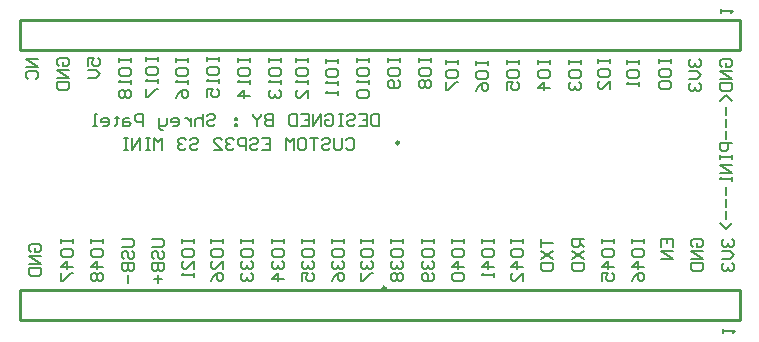
<source format=gbo>
G04*
G04 #@! TF.GenerationSoftware,Altium Limited,Altium Designer,25.8.1 (18)*
G04*
G04 Layer_Color=32896*
%FSLAX25Y25*%
%MOIN*%
G70*
G04*
G04 #@! TF.SameCoordinates,84CAB14F-A09E-4842-903A-F773CCEDBAE3*
G04*
G04*
G04 #@! TF.FilePolarity,Positive*
G04*
G01*
G75*
%ADD10C,0.01000*%
%ADD12C,0.00600*%
D10*
X152000Y10500D02*
G03*
X152000Y10500I-500J0D01*
G01*
X156500Y59000D02*
G03*
X156500Y59000I-500J0D01*
G01*
X30000Y90000D02*
X270000D01*
X30000D02*
Y100000D01*
X270000D01*
Y90000D02*
Y100000D01*
X30000Y0D02*
X270000D01*
X30000D02*
Y10000D01*
X270000D01*
Y0D02*
Y10000D01*
D12*
X267400Y72901D02*
X265401Y74900D01*
X263401Y72901D01*
X265401Y70901D02*
Y68235D01*
Y66903D02*
Y64237D01*
Y62904D02*
Y60238D01*
X267400Y58905D02*
X263401D01*
Y56906D01*
X264068Y56239D01*
X265401D01*
X266067Y56906D01*
Y58905D01*
X263401Y54906D02*
Y53574D01*
Y54240D01*
X267400D01*
Y54906D01*
Y53574D01*
Y51574D02*
X263401D01*
X267400Y48908D01*
X263401D01*
X267400Y47576D02*
Y46243D01*
Y46909D01*
X263401D01*
X264068Y47576D01*
X265401Y44243D02*
Y41577D01*
Y40244D02*
Y37579D01*
Y36246D02*
Y33580D01*
X267400Y32247D02*
X265401Y30248D01*
X263401Y32247D01*
X138734Y59932D02*
X139401Y60599D01*
X140734D01*
X141400Y59932D01*
Y57266D01*
X140734Y56600D01*
X139401D01*
X138734Y57266D01*
X137401Y60599D02*
Y57266D01*
X136735Y56600D01*
X135402D01*
X134736Y57266D01*
Y60599D01*
X130737Y59932D02*
X131403Y60599D01*
X132736D01*
X133403Y59932D01*
Y59266D01*
X132736Y58599D01*
X131403D01*
X130737Y57933D01*
Y57266D01*
X131403Y56600D01*
X132736D01*
X133403Y57266D01*
X129404Y60599D02*
X126738D01*
X128071D01*
Y56600D01*
X123406Y60599D02*
X124739D01*
X125405Y59932D01*
Y57266D01*
X124739Y56600D01*
X123406D01*
X122739Y57266D01*
Y59932D01*
X123406Y60599D01*
X121406Y56600D02*
Y60599D01*
X120074Y59266D01*
X118741Y60599D01*
Y56600D01*
X110743Y60599D02*
X113409D01*
Y56600D01*
X110743D01*
X113409Y58599D02*
X112076D01*
X106745Y59932D02*
X107411Y60599D01*
X108744D01*
X109410Y59932D01*
Y59266D01*
X108744Y58599D01*
X107411D01*
X106745Y57933D01*
Y57266D01*
X107411Y56600D01*
X108744D01*
X109410Y57266D01*
X105412Y56600D02*
Y60599D01*
X103412D01*
X102746Y59932D01*
Y58599D01*
X103412Y57933D01*
X105412D01*
X101413Y59932D02*
X100747Y60599D01*
X99414D01*
X98747Y59932D01*
Y59266D01*
X99414Y58599D01*
X100080D01*
X99414D01*
X98747Y57933D01*
Y57266D01*
X99414Y56600D01*
X100747D01*
X101413Y57266D01*
X94748Y56600D02*
X97414D01*
X94748Y59266D01*
Y59932D01*
X95415Y60599D01*
X96748D01*
X97414Y59932D01*
X86751D02*
X87417Y60599D01*
X88750D01*
X89417Y59932D01*
Y59266D01*
X88750Y58599D01*
X87417D01*
X86751Y57933D01*
Y57266D01*
X87417Y56600D01*
X88750D01*
X89417Y57266D01*
X85418Y59932D02*
X84752Y60599D01*
X83419D01*
X82752Y59932D01*
Y59266D01*
X83419Y58599D01*
X84085D01*
X83419D01*
X82752Y57933D01*
Y57266D01*
X83419Y56600D01*
X84752D01*
X85418Y57266D01*
X77421Y56600D02*
Y60599D01*
X76088Y59266D01*
X74755Y60599D01*
Y56600D01*
X73422Y60599D02*
X72089D01*
X72755D01*
Y56600D01*
X73422D01*
X72089D01*
X70090D02*
Y60599D01*
X67424Y56600D01*
Y60599D01*
X66091D02*
X64758D01*
X65425D01*
Y56600D01*
X66091D01*
X64758D01*
X149900Y68432D02*
Y64433D01*
X147901D01*
X147234Y65099D01*
Y67765D01*
X147901Y68432D01*
X149900D01*
X143236D02*
X145901D01*
Y64433D01*
X143236D01*
X145901Y66432D02*
X144568D01*
X139237Y67765D02*
X139903Y68432D01*
X141236D01*
X141903Y67765D01*
Y67099D01*
X141236Y66432D01*
X139903D01*
X139237Y65766D01*
Y65099D01*
X139903Y64433D01*
X141236D01*
X141903Y65099D01*
X137904Y68432D02*
X136571D01*
X137237D01*
Y64433D01*
X137904D01*
X136571D01*
X131906Y67765D02*
X132572Y68432D01*
X133905D01*
X134572Y67765D01*
Y65099D01*
X133905Y64433D01*
X132572D01*
X131906Y65099D01*
Y66432D01*
X133239D01*
X130573Y64433D02*
Y68432D01*
X127907Y64433D01*
Y68432D01*
X123908D02*
X126574D01*
Y64433D01*
X123908D01*
X126574Y66432D02*
X125241D01*
X122575Y68432D02*
Y64433D01*
X120576D01*
X119910Y65099D01*
Y67765D01*
X120576Y68432D01*
X122575D01*
X114578D02*
Y64433D01*
X112579D01*
X111912Y65099D01*
Y65766D01*
X112579Y66432D01*
X114578D01*
X112579D01*
X111912Y67099D01*
Y67765D01*
X112579Y68432D01*
X114578D01*
X110579D02*
Y67765D01*
X109247Y66432D01*
X107914Y67765D01*
Y68432D01*
X109247Y66432D02*
Y64433D01*
X102582Y67099D02*
X101916D01*
Y66432D01*
X102582D01*
Y67099D01*
Y65099D02*
X101916D01*
Y64433D01*
X102582D01*
Y65099D01*
X92585Y67765D02*
X93252Y68432D01*
X94585D01*
X95251Y67765D01*
Y67099D01*
X94585Y66432D01*
X93252D01*
X92585Y65766D01*
Y65099D01*
X93252Y64433D01*
X94585D01*
X95251Y65099D01*
X91252Y68432D02*
Y64433D01*
Y66432D01*
X90586Y67099D01*
X89253D01*
X88586Y66432D01*
Y64433D01*
X87253Y67099D02*
Y64433D01*
Y65766D01*
X86587Y66432D01*
X85921Y67099D01*
X85254D01*
X81256Y64433D02*
X82588D01*
X83255Y65099D01*
Y66432D01*
X82588Y67099D01*
X81256D01*
X80589Y66432D01*
Y65766D01*
X83255D01*
X79256Y67099D02*
Y65099D01*
X78590Y64433D01*
X76590D01*
Y63766D01*
X77257Y63100D01*
X77923D01*
X76590Y64433D02*
Y67099D01*
X71259Y64433D02*
Y68432D01*
X69259D01*
X68593Y67765D01*
Y66432D01*
X69259Y65766D01*
X71259D01*
X66593Y67099D02*
X65261D01*
X64594Y66432D01*
Y64433D01*
X66593D01*
X67260Y65099D01*
X66593Y65766D01*
X64594D01*
X62595Y67765D02*
Y67099D01*
X63261D01*
X61928D01*
X62595D01*
Y65099D01*
X61928Y64433D01*
X57930D02*
X59263D01*
X59929Y65099D01*
Y66432D01*
X59263Y67099D01*
X57930D01*
X57263Y66432D01*
Y65766D01*
X59929D01*
X55930Y64433D02*
X54597D01*
X55264D01*
Y68432D01*
X55930D01*
X33868Y22734D02*
X33201Y23401D01*
Y24734D01*
X33868Y25400D01*
X36534D01*
X37200Y24734D01*
Y23401D01*
X36534Y22734D01*
X35201D01*
Y24067D01*
X37200Y21401D02*
X33201D01*
X37200Y18735D01*
X33201D01*
Y17403D02*
X37200D01*
Y15403D01*
X36534Y14737D01*
X33868D01*
X33201Y15403D01*
Y17403D01*
X43901Y26900D02*
Y25567D01*
Y26234D01*
X47900D01*
Y26900D01*
Y25567D01*
X43901Y21568D02*
Y22901D01*
X44568Y23568D01*
X47234D01*
X47900Y22901D01*
Y21568D01*
X47234Y20902D01*
X44568D01*
X43901Y21568D01*
X47900Y17570D02*
X43901D01*
X45901Y19569D01*
Y16903D01*
X43901Y15570D02*
Y12904D01*
X44568D01*
X47234Y15570D01*
X47900D01*
X53801Y26800D02*
Y25467D01*
Y26134D01*
X57800D01*
Y26800D01*
Y25467D01*
X53801Y21468D02*
Y22801D01*
X54468Y23468D01*
X57134D01*
X57800Y22801D01*
Y21468D01*
X57134Y20802D01*
X54468D01*
X53801Y21468D01*
X57800Y17470D02*
X53801D01*
X55801Y19469D01*
Y16803D01*
X54468Y15470D02*
X53801Y14804D01*
Y13471D01*
X54468Y12804D01*
X55134D01*
X55801Y13471D01*
X56467Y12804D01*
X57134D01*
X57800Y13471D01*
Y14804D01*
X57134Y15470D01*
X56467D01*
X55801Y14804D01*
X55134Y15470D01*
X54468D01*
X55801Y14804D02*
Y13471D01*
X64301Y26900D02*
X67634D01*
X68300Y26234D01*
Y24901D01*
X67634Y24234D01*
X64301D01*
X64968Y20235D02*
X64301Y20902D01*
Y22235D01*
X64968Y22901D01*
X65634D01*
X66301Y22235D01*
Y20902D01*
X66967Y20235D01*
X67634D01*
X68300Y20902D01*
Y22235D01*
X67634Y22901D01*
X64301Y18903D02*
X68300D01*
Y16903D01*
X67634Y16237D01*
X66967D01*
X66301Y16903D01*
Y18903D01*
Y16903D01*
X65634Y16237D01*
X64968D01*
X64301Y16903D01*
Y18903D01*
X66301Y14904D02*
Y12238D01*
X84201Y26900D02*
Y25567D01*
Y26234D01*
X88200D01*
Y26900D01*
Y25567D01*
X84201Y21568D02*
Y22901D01*
X84868Y23568D01*
X87534D01*
X88200Y22901D01*
Y21568D01*
X87534Y20902D01*
X84868D01*
X84201Y21568D01*
X88200Y16903D02*
Y19569D01*
X85534Y16903D01*
X84868D01*
X84201Y17570D01*
Y18903D01*
X84868Y19569D01*
X88200Y15570D02*
Y14237D01*
Y14904D01*
X84201D01*
X84868Y15570D01*
X93701Y26900D02*
Y25567D01*
Y26234D01*
X97700D01*
Y26900D01*
Y25567D01*
X93701Y21568D02*
Y22901D01*
X94368Y23568D01*
X97034D01*
X97700Y22901D01*
Y21568D01*
X97034Y20902D01*
X94368D01*
X93701Y21568D01*
X97700Y16903D02*
Y19569D01*
X95034Y16903D01*
X94368D01*
X93701Y17570D01*
Y18903D01*
X94368Y19569D01*
X93701Y12904D02*
X94368Y14237D01*
X95701Y15570D01*
X97034D01*
X97700Y14904D01*
Y13571D01*
X97034Y12904D01*
X96367D01*
X95701Y13571D01*
Y15570D01*
X103801Y26800D02*
Y25467D01*
Y26134D01*
X107800D01*
Y26800D01*
Y25467D01*
X103801Y21468D02*
Y22801D01*
X104468Y23468D01*
X107133D01*
X107800Y22801D01*
Y21468D01*
X107133Y20802D01*
X104468D01*
X103801Y21468D01*
X104468Y19469D02*
X103801Y18803D01*
Y17470D01*
X104468Y16803D01*
X105134D01*
X105801Y17470D01*
Y18136D01*
Y17470D01*
X106467Y16803D01*
X107133D01*
X107800Y17470D01*
Y18803D01*
X107133Y19469D01*
X104468Y15470D02*
X103801Y14804D01*
Y13471D01*
X104468Y12804D01*
X105134D01*
X105801Y13471D01*
Y14137D01*
Y13471D01*
X106467Y12804D01*
X107133D01*
X107800Y13471D01*
Y14804D01*
X107133Y15470D01*
X114301Y26900D02*
Y25567D01*
Y26234D01*
X118300D01*
Y26900D01*
Y25567D01*
X114301Y21568D02*
Y22901D01*
X114968Y23568D01*
X117633D01*
X118300Y22901D01*
Y21568D01*
X117633Y20902D01*
X114968D01*
X114301Y21568D01*
X114968Y19569D02*
X114301Y18903D01*
Y17570D01*
X114968Y16903D01*
X115634D01*
X116301Y17570D01*
Y18236D01*
Y17570D01*
X116967Y16903D01*
X117633D01*
X118300Y17570D01*
Y18903D01*
X117633Y19569D01*
X118300Y13571D02*
X114301D01*
X116301Y15570D01*
Y12904D01*
X74001Y27000D02*
X77334D01*
X78000Y26334D01*
Y25001D01*
X77334Y24334D01*
X74001D01*
X74668Y20335D02*
X74001Y21002D01*
Y22335D01*
X74668Y23001D01*
X75334D01*
X76001Y22335D01*
Y21002D01*
X76667Y20335D01*
X77334D01*
X78000Y21002D01*
Y22335D01*
X77334Y23001D01*
X74001Y19003D02*
X78000D01*
Y17003D01*
X77334Y16337D01*
X76667D01*
X76001Y17003D01*
Y19003D01*
Y17003D01*
X75334Y16337D01*
X74668D01*
X74001Y17003D01*
Y19003D01*
X76001Y15004D02*
Y12338D01*
X74668Y13671D02*
X77334D01*
X134201Y26900D02*
Y25567D01*
Y26234D01*
X138200D01*
Y26900D01*
Y25567D01*
X134201Y21568D02*
Y22901D01*
X134868Y23568D01*
X137533D01*
X138200Y22901D01*
Y21568D01*
X137533Y20902D01*
X134868D01*
X134201Y21568D01*
X134868Y19569D02*
X134201Y18903D01*
Y17570D01*
X134868Y16903D01*
X135534D01*
X136201Y17570D01*
Y18236D01*
Y17570D01*
X136867Y16903D01*
X137533D01*
X138200Y17570D01*
Y18903D01*
X137533Y19569D01*
X134201Y12904D02*
X134868Y14237D01*
X136201Y15570D01*
X137533D01*
X138200Y14904D01*
Y13571D01*
X137533Y12904D01*
X136867D01*
X136201Y13571D01*
Y15570D01*
X143701Y26900D02*
Y25567D01*
Y26234D01*
X147700D01*
Y26900D01*
Y25567D01*
X143701Y21568D02*
Y22901D01*
X144368Y23568D01*
X147034D01*
X147700Y22901D01*
Y21568D01*
X147034Y20902D01*
X144368D01*
X143701Y21568D01*
X144368Y19569D02*
X143701Y18903D01*
Y17570D01*
X144368Y16903D01*
X145034D01*
X145701Y17570D01*
Y18236D01*
Y17570D01*
X146367Y16903D01*
X147034D01*
X147700Y17570D01*
Y18903D01*
X147034Y19569D01*
X143701Y15570D02*
Y12904D01*
X144368D01*
X147034Y15570D01*
X147700D01*
X153801Y26800D02*
Y25467D01*
Y26134D01*
X157800D01*
Y26800D01*
Y25467D01*
X153801Y21468D02*
Y22801D01*
X154468Y23468D01*
X157133D01*
X157800Y22801D01*
Y21468D01*
X157133Y20802D01*
X154468D01*
X153801Y21468D01*
X154468Y19469D02*
X153801Y18803D01*
Y17470D01*
X154468Y16803D01*
X155134D01*
X155801Y17470D01*
Y18136D01*
Y17470D01*
X156467Y16803D01*
X157133D01*
X157800Y17470D01*
Y18803D01*
X157133Y19469D01*
X154468Y15470D02*
X153801Y14804D01*
Y13471D01*
X154468Y12804D01*
X155134D01*
X155801Y13471D01*
X156467Y12804D01*
X157133D01*
X157800Y13471D01*
Y14804D01*
X157133Y15470D01*
X156467D01*
X155801Y14804D01*
X155134Y15470D01*
X154468D01*
X155801Y14804D02*
Y13471D01*
X164301Y26900D02*
Y25567D01*
Y26234D01*
X168300D01*
Y26900D01*
Y25567D01*
X164301Y21568D02*
Y22901D01*
X164968Y23568D01*
X167633D01*
X168300Y22901D01*
Y21568D01*
X167633Y20902D01*
X164968D01*
X164301Y21568D01*
X164968Y19569D02*
X164301Y18903D01*
Y17570D01*
X164968Y16903D01*
X165634D01*
X166301Y17570D01*
Y18236D01*
Y17570D01*
X166967Y16903D01*
X167633D01*
X168300Y17570D01*
Y18903D01*
X167633Y19569D01*
Y15570D02*
X168300Y14904D01*
Y13571D01*
X167633Y12904D01*
X164968D01*
X164301Y13571D01*
Y14904D01*
X164968Y15570D01*
X165634D01*
X166301Y14904D01*
Y12904D01*
X124001Y27000D02*
Y25667D01*
Y26334D01*
X128000D01*
Y27000D01*
Y25667D01*
X124001Y21668D02*
Y23001D01*
X124668Y23668D01*
X127333D01*
X128000Y23001D01*
Y21668D01*
X127333Y21002D01*
X124668D01*
X124001Y21668D01*
X124668Y19669D02*
X124001Y19003D01*
Y17670D01*
X124668Y17003D01*
X125334D01*
X126001Y17670D01*
Y18336D01*
Y17670D01*
X126667Y17003D01*
X127333D01*
X128000Y17670D01*
Y19003D01*
X127333Y19669D01*
X124001Y13004D02*
Y15670D01*
X126001D01*
X125334Y14337D01*
Y13671D01*
X126001Y13004D01*
X127333D01*
X128000Y13671D01*
Y15004D01*
X127333Y15670D01*
X184201Y26900D02*
Y25567D01*
Y26234D01*
X188200D01*
Y26900D01*
Y25567D01*
X184201Y21568D02*
Y22901D01*
X184868Y23568D01*
X187533D01*
X188200Y22901D01*
Y21568D01*
X187533Y20902D01*
X184868D01*
X184201Y21568D01*
X188200Y17570D02*
X184201D01*
X186201Y19569D01*
Y16903D01*
X188200Y15570D02*
Y14237D01*
Y14904D01*
X184201D01*
X184868Y15570D01*
X193701Y26900D02*
Y25567D01*
Y26234D01*
X197700D01*
Y26900D01*
Y25567D01*
X193701Y21568D02*
Y22901D01*
X194368Y23568D01*
X197034D01*
X197700Y22901D01*
Y21568D01*
X197034Y20902D01*
X194368D01*
X193701Y21568D01*
X197700Y17570D02*
X193701D01*
X195701Y19569D01*
Y16903D01*
X197700Y12904D02*
Y15570D01*
X195034Y12904D01*
X194368D01*
X193701Y13571D01*
Y14904D01*
X194368Y15570D01*
X203801Y26800D02*
Y24134D01*
Y25467D01*
X207800D01*
X203801Y22801D02*
X207800Y20135D01*
X203801D02*
X207800Y22801D01*
X203801Y18803D02*
X207800D01*
Y16803D01*
X207134Y16137D01*
X204468D01*
X203801Y16803D01*
Y18803D01*
X218300Y26900D02*
X214301D01*
Y24901D01*
X214968Y24234D01*
X216301D01*
X216967Y24901D01*
Y26900D01*
Y25567D02*
X218300Y24234D01*
X214301Y22901D02*
X218300Y20235D01*
X214301D02*
X218300Y22901D01*
X214301Y18903D02*
X218300D01*
Y16903D01*
X217634Y16237D01*
X214968D01*
X214301Y16903D01*
Y18903D01*
X174001Y27000D02*
Y25667D01*
Y26334D01*
X178000D01*
Y27000D01*
Y25667D01*
X174001Y21668D02*
Y23001D01*
X174668Y23668D01*
X177333D01*
X178000Y23001D01*
Y21668D01*
X177333Y21002D01*
X174668D01*
X174001Y21668D01*
X178000Y17670D02*
X174001D01*
X176001Y19669D01*
Y17003D01*
X174668Y15670D02*
X174001Y15004D01*
Y13671D01*
X174668Y13004D01*
X177333D01*
X178000Y13671D01*
Y15004D01*
X177333Y15670D01*
X174668D01*
X224001Y27000D02*
Y25667D01*
Y26334D01*
X228000D01*
Y27000D01*
Y25667D01*
X224001Y21668D02*
Y23001D01*
X224668Y23668D01*
X227334D01*
X228000Y23001D01*
Y21668D01*
X227334Y21002D01*
X224668D01*
X224001Y21668D01*
X228000Y17670D02*
X224001D01*
X226001Y19669D01*
Y17003D01*
X224001Y13004D02*
Y15670D01*
X226001D01*
X225334Y14337D01*
Y13671D01*
X226001Y13004D01*
X227334D01*
X228000Y13671D01*
Y15004D01*
X227334Y15670D01*
X264968Y26900D02*
X264301Y26234D01*
Y24901D01*
X264968Y24234D01*
X265634D01*
X266301Y24901D01*
Y25567D01*
Y24901D01*
X266967Y24234D01*
X267634D01*
X268300Y24901D01*
Y26234D01*
X267634Y26900D01*
X264301Y22901D02*
X266967D01*
X268300Y21568D01*
X266967Y20235D01*
X264301D01*
X264968Y18903D02*
X264301Y18236D01*
Y16903D01*
X264968Y16237D01*
X265634D01*
X266301Y16903D01*
Y17570D01*
Y16903D01*
X266967Y16237D01*
X267634D01*
X268300Y16903D01*
Y18236D01*
X267634Y18903D01*
X254468Y24134D02*
X253801Y24801D01*
Y26134D01*
X254468Y26800D01*
X257134D01*
X257800Y26134D01*
Y24801D01*
X257134Y24134D01*
X255801D01*
Y25467D01*
X257800Y22801D02*
X253801D01*
X257800Y20135D01*
X253801D01*
Y18803D02*
X257800D01*
Y16803D01*
X257134Y16137D01*
X254468D01*
X253801Y16803D01*
Y18803D01*
X243701Y24234D02*
Y26900D01*
X247700D01*
Y24234D01*
X245701Y26900D02*
Y25567D01*
X247700Y22901D02*
X243701D01*
X247700Y20235D01*
X243701D01*
X234201Y26900D02*
Y25567D01*
Y26234D01*
X238200D01*
Y26900D01*
Y25567D01*
X234201Y21568D02*
Y22901D01*
X234868Y23568D01*
X237534D01*
X238200Y22901D01*
Y21568D01*
X237534Y20902D01*
X234868D01*
X234201Y21568D01*
X238200Y17570D02*
X234201D01*
X236201Y19569D01*
Y16903D01*
X234201Y12904D02*
X234868Y14237D01*
X236201Y15570D01*
X237534D01*
X238200Y14904D01*
Y13571D01*
X237534Y12904D01*
X236867D01*
X236201Y13571D01*
Y15570D01*
X63001Y87100D02*
Y85767D01*
Y86434D01*
X67000D01*
Y87100D01*
Y85767D01*
X63001Y81768D02*
Y83101D01*
X63668Y83768D01*
X66334D01*
X67000Y83101D01*
Y81768D01*
X66334Y81102D01*
X63668D01*
X63001Y81768D01*
X67000Y79769D02*
Y78436D01*
Y79103D01*
X63001D01*
X63668Y79769D01*
Y76437D02*
X63001Y75770D01*
Y74437D01*
X63668Y73771D01*
X64334D01*
X65001Y74437D01*
X65667Y73771D01*
X66334D01*
X67000Y74437D01*
Y75770D01*
X66334Y76437D01*
X65667D01*
X65001Y75770D01*
X64334Y76437D01*
X63668D01*
X65001Y75770D02*
Y74437D01*
X52801Y84434D02*
Y87100D01*
X54801D01*
X54134Y85767D01*
Y85101D01*
X54801Y84434D01*
X56134D01*
X56800Y85101D01*
Y86434D01*
X56134Y87100D01*
X52801Y83101D02*
X55467D01*
X56800Y81768D01*
X55467Y80436D01*
X52801D01*
X43168Y84534D02*
X42501Y85201D01*
Y86534D01*
X43168Y87200D01*
X45834D01*
X46500Y86534D01*
Y85201D01*
X45834Y84534D01*
X44501D01*
Y85867D01*
X46500Y83201D02*
X42501D01*
X46500Y80536D01*
X42501D01*
Y79203D02*
X46500D01*
Y77203D01*
X45834Y76537D01*
X43168D01*
X42501Y77203D01*
Y79203D01*
X36000Y87000D02*
X32001D01*
X36000Y84334D01*
X32001D01*
X32668Y80335D02*
X32001Y81002D01*
Y82335D01*
X32668Y83001D01*
X35334D01*
X36000Y82335D01*
Y81002D01*
X35334Y80335D01*
X113101Y87400D02*
Y86067D01*
Y86734D01*
X117100D01*
Y87400D01*
Y86067D01*
X113101Y82068D02*
Y83401D01*
X113768Y84068D01*
X116434D01*
X117100Y83401D01*
Y82068D01*
X116434Y81402D01*
X113768D01*
X113101Y82068D01*
X117100Y80069D02*
Y78736D01*
Y79403D01*
X113101D01*
X113768Y80069D01*
Y76737D02*
X113101Y76070D01*
Y74737D01*
X113768Y74071D01*
X114434D01*
X115101Y74737D01*
Y75404D01*
Y74737D01*
X115767Y74071D01*
X116434D01*
X117100Y74737D01*
Y76070D01*
X116434Y76737D01*
X102901Y87400D02*
Y86067D01*
Y86734D01*
X106900D01*
Y87400D01*
Y86067D01*
X102901Y82068D02*
Y83401D01*
X103568Y84068D01*
X106234D01*
X106900Y83401D01*
Y82068D01*
X106234Y81402D01*
X103568D01*
X102901Y82068D01*
X106900Y80069D02*
Y78736D01*
Y79403D01*
X102901D01*
X103568Y80069D01*
X106900Y74737D02*
X102901D01*
X104901Y76737D01*
Y74071D01*
X92601Y87500D02*
Y86167D01*
Y86834D01*
X96600D01*
Y87500D01*
Y86167D01*
X92601Y82168D02*
Y83501D01*
X93268Y84168D01*
X95934D01*
X96600Y83501D01*
Y82168D01*
X95934Y81502D01*
X93268D01*
X92601Y82168D01*
X96600Y80169D02*
Y78836D01*
Y79503D01*
X92601D01*
X93268Y80169D01*
X92601Y74171D02*
Y76837D01*
X94601D01*
X93934Y75504D01*
Y74837D01*
X94601Y74171D01*
X95934D01*
X96600Y74837D01*
Y76170D01*
X95934Y76837D01*
X82101Y87300D02*
Y85967D01*
Y86634D01*
X86100D01*
Y87300D01*
Y85967D01*
X82101Y81968D02*
Y83301D01*
X82768Y83968D01*
X85434D01*
X86100Y83301D01*
Y81968D01*
X85434Y81302D01*
X82768D01*
X82101Y81968D01*
X86100Y79969D02*
Y78636D01*
Y79303D01*
X82101D01*
X82768Y79969D01*
X82101Y73971D02*
X82768Y75304D01*
X84101Y76637D01*
X85434D01*
X86100Y75970D01*
Y74637D01*
X85434Y73971D01*
X84767D01*
X84101Y74637D01*
Y76637D01*
X72301Y87500D02*
Y86167D01*
Y86834D01*
X76300D01*
Y87500D01*
Y86167D01*
X72301Y82168D02*
Y83501D01*
X72968Y84168D01*
X75634D01*
X76300Y83501D01*
Y82168D01*
X75634Y81502D01*
X72968D01*
X72301Y82168D01*
X76300Y80169D02*
Y78836D01*
Y79503D01*
X72301D01*
X72968Y80169D01*
X72301Y76837D02*
Y74171D01*
X72968D01*
X75634Y76837D01*
X76300D01*
X163101Y87100D02*
Y85767D01*
Y86434D01*
X167100D01*
Y87100D01*
Y85767D01*
X163101Y81768D02*
Y83101D01*
X163768Y83768D01*
X166434D01*
X167100Y83101D01*
Y81768D01*
X166434Y81102D01*
X163768D01*
X163101Y81768D01*
X163768Y79769D02*
X163101Y79103D01*
Y77770D01*
X163768Y77103D01*
X164434D01*
X165101Y77770D01*
X165767Y77103D01*
X166434D01*
X167100Y77770D01*
Y79103D01*
X166434Y79769D01*
X165767D01*
X165101Y79103D01*
X164434Y79769D01*
X163768D01*
X165101Y79103D02*
Y77770D01*
X152901Y87100D02*
Y85767D01*
Y86434D01*
X156900D01*
Y87100D01*
Y85767D01*
X152901Y81768D02*
Y83101D01*
X153568Y83768D01*
X156234D01*
X156900Y83101D01*
Y81768D01*
X156234Y81102D01*
X153568D01*
X152901Y81768D01*
X156234Y79769D02*
X156900Y79103D01*
Y77770D01*
X156234Y77103D01*
X153568D01*
X152901Y77770D01*
Y79103D01*
X153568Y79769D01*
X154234D01*
X154901Y79103D01*
Y77103D01*
X142601Y87200D02*
Y85867D01*
Y86534D01*
X146600D01*
Y87200D01*
Y85867D01*
X142601Y81868D02*
Y83201D01*
X143268Y83868D01*
X145933D01*
X146600Y83201D01*
Y81868D01*
X145933Y81202D01*
X143268D01*
X142601Y81868D01*
X146600Y79869D02*
Y78536D01*
Y79203D01*
X142601D01*
X143268Y79869D01*
Y76537D02*
X142601Y75870D01*
Y74537D01*
X143268Y73871D01*
X145933D01*
X146600Y74537D01*
Y75870D01*
X145933Y76537D01*
X143268D01*
X132101Y87000D02*
Y85667D01*
Y86334D01*
X136100D01*
Y87000D01*
Y85667D01*
X132101Y81668D02*
Y83001D01*
X132768Y83668D01*
X135433D01*
X136100Y83001D01*
Y81668D01*
X135433Y81002D01*
X132768D01*
X132101Y81668D01*
X136100Y79669D02*
Y78336D01*
Y79003D01*
X132101D01*
X132768Y79669D01*
X136100Y76337D02*
Y75004D01*
Y75670D01*
X132101D01*
X132768Y76337D01*
X122301Y87200D02*
Y85867D01*
Y86534D01*
X126300D01*
Y87200D01*
Y85867D01*
X122301Y81868D02*
Y83201D01*
X122968Y83868D01*
X125634D01*
X126300Y83201D01*
Y81868D01*
X125634Y81202D01*
X122968D01*
X122301Y81868D01*
X126300Y79869D02*
Y78536D01*
Y79203D01*
X122301D01*
X122968Y79869D01*
X126300Y73871D02*
Y76537D01*
X123634Y73871D01*
X122968D01*
X122301Y74537D01*
Y75870D01*
X122968Y76537D01*
X213101Y86500D02*
Y85167D01*
Y85834D01*
X217100D01*
Y86500D01*
Y85167D01*
X213101Y81168D02*
Y82501D01*
X213768Y83168D01*
X216434D01*
X217100Y82501D01*
Y81168D01*
X216434Y80502D01*
X213768D01*
X213101Y81168D01*
X213768Y79169D02*
X213101Y78503D01*
Y77170D01*
X213768Y76503D01*
X214434D01*
X215101Y77170D01*
Y77836D01*
Y77170D01*
X215767Y76503D01*
X216434D01*
X217100Y77170D01*
Y78503D01*
X216434Y79169D01*
X202901Y86500D02*
Y85167D01*
Y85834D01*
X206900D01*
Y86500D01*
Y85167D01*
X202901Y81168D02*
Y82501D01*
X203568Y83168D01*
X206234D01*
X206900Y82501D01*
Y81168D01*
X206234Y80502D01*
X203568D01*
X202901Y81168D01*
X206900Y77170D02*
X202901D01*
X204901Y79169D01*
Y76503D01*
X192601Y86600D02*
Y85267D01*
Y85934D01*
X196600D01*
Y86600D01*
Y85267D01*
X192601Y81268D02*
Y82601D01*
X193268Y83268D01*
X195933D01*
X196600Y82601D01*
Y81268D01*
X195933Y80602D01*
X193268D01*
X192601Y81268D01*
Y76603D02*
Y79269D01*
X194601D01*
X193934Y77936D01*
Y77270D01*
X194601Y76603D01*
X195933D01*
X196600Y77270D01*
Y78603D01*
X195933Y79269D01*
X182101Y86400D02*
Y85067D01*
Y85734D01*
X186100D01*
Y86400D01*
Y85067D01*
X182101Y81068D02*
Y82401D01*
X182768Y83068D01*
X185433D01*
X186100Y82401D01*
Y81068D01*
X185433Y80402D01*
X182768D01*
X182101Y81068D01*
Y76403D02*
X182768Y77736D01*
X184101Y79069D01*
X185433D01*
X186100Y78403D01*
Y77070D01*
X185433Y76403D01*
X184767D01*
X184101Y77070D01*
Y79069D01*
X172301Y86600D02*
Y85267D01*
Y85934D01*
X176300D01*
Y86600D01*
Y85267D01*
X172301Y81268D02*
Y82601D01*
X172968Y83268D01*
X175634D01*
X176300Y82601D01*
Y81268D01*
X175634Y80602D01*
X172968D01*
X172301Y81268D01*
Y79269D02*
Y76603D01*
X172968D01*
X175634Y79269D01*
X176300D01*
X222701Y86900D02*
Y85567D01*
Y86234D01*
X226700D01*
Y86900D01*
Y85567D01*
X222701Y81568D02*
Y82901D01*
X223368Y83568D01*
X226034D01*
X226700Y82901D01*
Y81568D01*
X226034Y80902D01*
X223368D01*
X222701Y81568D01*
X226700Y76903D02*
Y79569D01*
X224034Y76903D01*
X223368D01*
X222701Y77570D01*
Y78903D01*
X223368Y79569D01*
X232501Y86700D02*
Y85367D01*
Y86034D01*
X236500D01*
Y86700D01*
Y85367D01*
X232501Y81368D02*
Y82701D01*
X233168Y83368D01*
X235834D01*
X236500Y82701D01*
Y81368D01*
X235834Y80702D01*
X233168D01*
X232501Y81368D01*
X236500Y79369D02*
Y78036D01*
Y78703D01*
X232501D01*
X233168Y79369D01*
X243001Y86900D02*
Y85567D01*
Y86234D01*
X247000D01*
Y86900D01*
Y85567D01*
X243001Y81568D02*
Y82901D01*
X243668Y83568D01*
X246334D01*
X247000Y82901D01*
Y81568D01*
X246334Y80902D01*
X243668D01*
X243001Y81568D01*
X243668Y79569D02*
X243001Y78903D01*
Y77570D01*
X243668Y76903D01*
X246334D01*
X247000Y77570D01*
Y78903D01*
X246334Y79569D01*
X243668D01*
X253968Y86800D02*
X253301Y86134D01*
Y84801D01*
X253968Y84134D01*
X254634D01*
X255301Y84801D01*
Y85467D01*
Y84801D01*
X255967Y84134D01*
X256634D01*
X257300Y84801D01*
Y86134D01*
X256634Y86800D01*
X253301Y82801D02*
X255967D01*
X257300Y81468D01*
X255967Y80136D01*
X253301D01*
X253968Y78803D02*
X253301Y78136D01*
Y76803D01*
X253968Y76137D01*
X254634D01*
X255301Y76803D01*
Y77470D01*
Y76803D01*
X255967Y76137D01*
X256634D01*
X257300Y76803D01*
Y78136D01*
X256634Y78803D01*
X264168Y84134D02*
X263501Y84801D01*
Y86134D01*
X264168Y86800D01*
X266834D01*
X267500Y86134D01*
Y84801D01*
X266834Y84134D01*
X265501D01*
Y85467D01*
X267500Y82801D02*
X263501D01*
X267500Y80136D01*
X263501D01*
Y78803D02*
X267500D01*
Y76803D01*
X266834Y76137D01*
X264168D01*
X263501Y76803D01*
Y78803D01*
X264600Y-4400D02*
Y-3067D01*
Y-3734D01*
X268599D01*
X267932Y-4400D01*
X263700Y102300D02*
Y103633D01*
Y102966D01*
X267699D01*
X267032Y102300D01*
M02*

</source>
